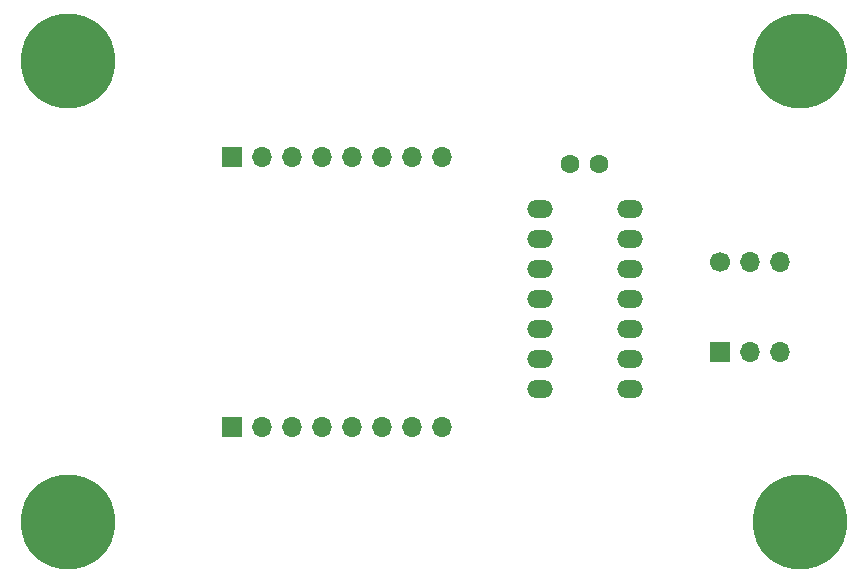
<source format=gbs>
%TF.GenerationSoftware,KiCad,Pcbnew,7.0.2*%
%TF.CreationDate,2023-05-01T19:45:28-04:00*%
%TF.ProjectId,esp32cam,65737033-3263-4616-9d2e-6b696361645f,rev?*%
%TF.SameCoordinates,Original*%
%TF.FileFunction,Soldermask,Bot*%
%TF.FilePolarity,Negative*%
%FSLAX46Y46*%
G04 Gerber Fmt 4.6, Leading zero omitted, Abs format (unit mm)*
G04 Created by KiCad (PCBNEW 7.0.2) date 2023-05-01 19:45:28*
%MOMM*%
%LPD*%
G01*
G04 APERTURE LIST*
%ADD10C,8.000000*%
%ADD11R,1.700000X1.700000*%
%ADD12O,1.700000X1.700000*%
%ADD13C,1.700000*%
%ADD14C,1.600000*%
%ADD15O,2.200000X1.500000*%
G04 APERTURE END LIST*
D10*
%TO.C,H2*%
X155410000Y-50350000D03*
%TD*%
%TO.C,H3*%
X93410000Y-89350000D03*
%TD*%
%TO.C,H1*%
X93410000Y-50350000D03*
%TD*%
D11*
%TO.C,ESP32*%
X107315000Y-81280000D03*
D12*
X109855000Y-81280000D03*
X112395000Y-81280000D03*
X114935000Y-81280000D03*
X117475000Y-81280000D03*
X120015000Y-81280000D03*
X122555000Y-81280000D03*
X125095000Y-81280000D03*
X125095000Y-58420000D03*
X122555000Y-58420000D03*
X120015000Y-58420000D03*
X117475000Y-58420000D03*
X114935000Y-58420000D03*
X112395000Y-58420000D03*
X109855000Y-58420000D03*
D11*
X107315000Y-58420000D03*
%TD*%
D10*
%TO.C,H4*%
X155410000Y-89350000D03*
%TD*%
D11*
%TO.C,INMP441*%
X148590000Y-74930000D03*
D12*
X151130000Y-74930000D03*
X153670000Y-74930000D03*
X153670000Y-67310000D03*
X151130000Y-67310000D03*
D13*
X148590000Y-67310000D03*
%TD*%
D14*
%TO.C,C1*%
X138390000Y-59055000D03*
X135890000Y-59055000D03*
%TD*%
D15*
%TO.C,74HC125*%
X133350000Y-62865000D03*
X133350000Y-65405000D03*
X133350000Y-67945000D03*
X133350000Y-70485000D03*
X133350000Y-73025000D03*
X133350000Y-75565000D03*
X133350000Y-78105000D03*
X140970000Y-78105000D03*
X140970000Y-75565000D03*
X140970000Y-73025000D03*
X140970000Y-70485000D03*
X140970000Y-67945000D03*
X140970000Y-65405000D03*
X140970000Y-62865000D03*
%TD*%
M02*

</source>
